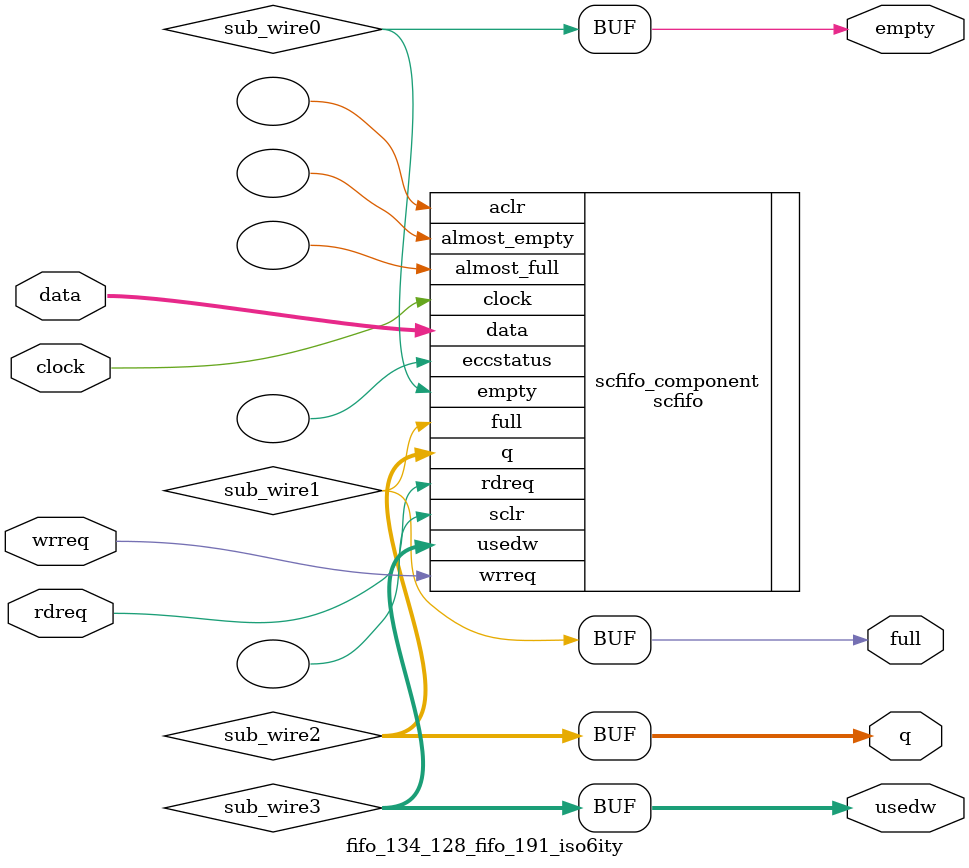
<source format=v>



`timescale 1 ps / 1 ps
// synopsys translate_on
module  fifo_134_128_fifo_191_iso6ity  (
    clock,
    data,
    rdreq,
    wrreq,
    empty,
    full,
    q,
    usedw);

    input    clock;
    input  [133:0]  data;
    input    rdreq;
    input    wrreq;
    output   empty;
    output   full;
    output [133:0]  q;
    output [6:0]  usedw;

    wire  sub_wire0;
    wire  sub_wire1;
    wire [133:0] sub_wire2;
    wire [6:0] sub_wire3;
    wire  empty = sub_wire0;
    wire  full = sub_wire1;
    wire [133:0] q = sub_wire2[133:0];
    wire [6:0] usedw = sub_wire3[6:0];

    scfifo  scfifo_component (
                .clock (clock),
                .data (data),
                .rdreq (rdreq),
                .wrreq (wrreq),
                .empty (sub_wire0),
                .full (sub_wire1),
                .q (sub_wire2),
                .usedw (sub_wire3),
                .aclr (),
                .almost_empty (),
                .almost_full (),
                .eccstatus (),
                .sclr ());
    defparam
        scfifo_component.add_ram_output_register  = "OFF",
        scfifo_component.enable_ecc  = "FALSE",
        scfifo_component.intended_device_family  = "Arria 10",
        scfifo_component.lpm_numwords  = 128,
        scfifo_component.lpm_showahead  = "ON",
        scfifo_component.lpm_type  = "scfifo",
        scfifo_component.lpm_width  = 134,
        scfifo_component.lpm_widthu  = 7,
        scfifo_component.overflow_checking  = "ON",
        scfifo_component.underflow_checking  = "ON",
        scfifo_component.use_eab  = "ON";


endmodule



</source>
